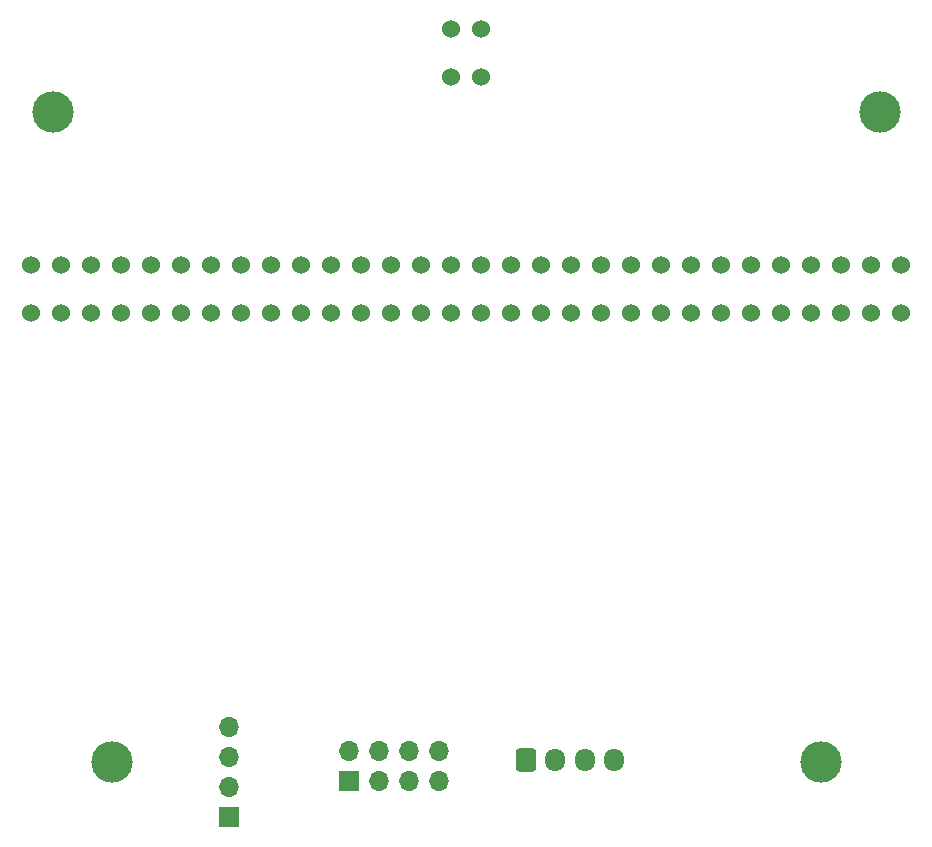
<source format=gbr>
%TF.GenerationSoftware,KiCad,Pcbnew,7.0.9*%
%TF.CreationDate,2024-05-14T12:43:38+09:00*%
%TF.ProjectId,04-line,30342d6c-696e-4652-9e6b-696361645f70,rev?*%
%TF.SameCoordinates,Original*%
%TF.FileFunction,Soldermask,Top*%
%TF.FilePolarity,Negative*%
%FSLAX46Y46*%
G04 Gerber Fmt 4.6, Leading zero omitted, Abs format (unit mm)*
G04 Created by KiCad (PCBNEW 7.0.9) date 2024-05-14 12:43:38*
%MOMM*%
%LPD*%
G01*
G04 APERTURE LIST*
G04 Aperture macros list*
%AMRoundRect*
0 Rectangle with rounded corners*
0 $1 Rounding radius*
0 $2 $3 $4 $5 $6 $7 $8 $9 X,Y pos of 4 corners*
0 Add a 4 corners polygon primitive as box body*
4,1,4,$2,$3,$4,$5,$6,$7,$8,$9,$2,$3,0*
0 Add four circle primitives for the rounded corners*
1,1,$1+$1,$2,$3*
1,1,$1+$1,$4,$5*
1,1,$1+$1,$6,$7*
1,1,$1+$1,$8,$9*
0 Add four rect primitives between the rounded corners*
20,1,$1+$1,$2,$3,$4,$5,0*
20,1,$1+$1,$4,$5,$6,$7,0*
20,1,$1+$1,$6,$7,$8,$9,0*
20,1,$1+$1,$8,$9,$2,$3,0*%
G04 Aperture macros list end*
%ADD10R,1.700000X1.700000*%
%ADD11O,1.700000X1.700000*%
%ADD12C,3.500000*%
%ADD13RoundRect,0.250000X-0.600000X-0.725000X0.600000X-0.725000X0.600000X0.725000X-0.600000X0.725000X0*%
%ADD14O,1.700000X1.950000*%
%ADD15C,1.524000*%
G04 APERTURE END LIST*
D10*
%TO.C,J4*%
X75438000Y-151638000D03*
D11*
X75438000Y-149098000D03*
X77978000Y-151638000D03*
X77978000Y-149098000D03*
X80518000Y-151638000D03*
X80518000Y-149098000D03*
X83058000Y-151638000D03*
X83058000Y-149098000D03*
%TD*%
D12*
%TO.C,REF\u002A\u002A*%
X115400500Y-150000000D03*
%TD*%
%TO.C,REF\u002A\u002A*%
X55400500Y-150000000D03*
%TD*%
%TO.C,REF\u002A\u002A*%
X120400500Y-95000000D03*
%TD*%
D10*
%TO.C,J1*%
X65278000Y-154676000D03*
D11*
X65278000Y-152136000D03*
X65278000Y-149596000D03*
X65278000Y-147056000D03*
%TD*%
D12*
%TO.C,REF\u002A\u002A*%
X50400500Y-95000000D03*
%TD*%
D13*
%TO.C,J3*%
X90424000Y-149860000D03*
D14*
X92924000Y-149860000D03*
X95424000Y-149860000D03*
X97924000Y-149860000D03*
%TD*%
D15*
%TO.C,U2*%
X81590500Y-107950000D03*
X79050500Y-107950000D03*
X81590500Y-112050000D03*
X79050500Y-112050000D03*
%TD*%
%TO.C,U15*%
X106990500Y-107950000D03*
X104450500Y-107950000D03*
X106990500Y-112050000D03*
X104450500Y-112050000D03*
%TD*%
%TO.C,U14*%
X101910500Y-107950000D03*
X99370500Y-107950000D03*
X101910500Y-112050000D03*
X99370500Y-112050000D03*
%TD*%
%TO.C,U7*%
X56190500Y-107950000D03*
X53650500Y-107950000D03*
X56190500Y-112050000D03*
X53650500Y-112050000D03*
%TD*%
%TO.C,U4*%
X71430500Y-107950000D03*
X68890500Y-107950000D03*
X71430500Y-112050000D03*
X68890500Y-112050000D03*
%TD*%
%TO.C,U5*%
X66350500Y-107950000D03*
X63810500Y-107950000D03*
X66350500Y-112050000D03*
X63810500Y-112050000D03*
%TD*%
%TO.C,U16*%
X112070500Y-107950000D03*
X109530500Y-107950000D03*
X112070500Y-112050000D03*
X109530500Y-112050000D03*
%TD*%
%TO.C,U17*%
X117150500Y-107950000D03*
X114610500Y-107950000D03*
X117150500Y-112050000D03*
X114610500Y-112050000D03*
%TD*%
%TO.C,U8*%
X51110500Y-107950000D03*
X48570500Y-107950000D03*
X51110500Y-112050000D03*
X48570500Y-112050000D03*
%TD*%
%TO.C,U12*%
X91750500Y-107950000D03*
X89210500Y-107950000D03*
X91750500Y-112050000D03*
X89210500Y-112050000D03*
%TD*%
%TO.C,U3*%
X76510500Y-107950000D03*
X73970500Y-107950000D03*
X76510500Y-112050000D03*
X73970500Y-112050000D03*
%TD*%
%TO.C,U9*%
X86670500Y-107950000D03*
X84130500Y-107950000D03*
X86670500Y-112050000D03*
X84130500Y-112050000D03*
%TD*%
%TO.C,U18*%
X122230500Y-107950000D03*
X119690500Y-107950000D03*
X122230500Y-112050000D03*
X119690500Y-112050000D03*
%TD*%
%TO.C,U6*%
X61270500Y-107950000D03*
X58730500Y-107950000D03*
X61270500Y-112050000D03*
X58730500Y-112050000D03*
%TD*%
%TO.C,U10*%
X86670500Y-87950000D03*
X84130500Y-87950000D03*
X86670500Y-92050000D03*
X84130500Y-92050000D03*
%TD*%
%TO.C,U13*%
X96830500Y-107950000D03*
X94290500Y-107950000D03*
X96830500Y-112050000D03*
X94290500Y-112050000D03*
%TD*%
M02*

</source>
